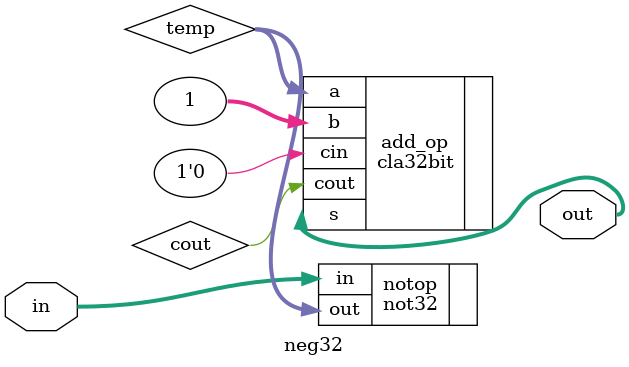
<source format=v>
module neg32 (in, out);
	input wire signed[31:0] in;
	output wire signed[31:0] out;
	wire [31:0] temp;
	wire cout;
	
	not32 notop (.in(in),.out(temp));
	cla32bit add_op (.a(temp), .b(32'd1), .cin(1'd0), .s(out), .cout(cout));
	
endmodule

</source>
